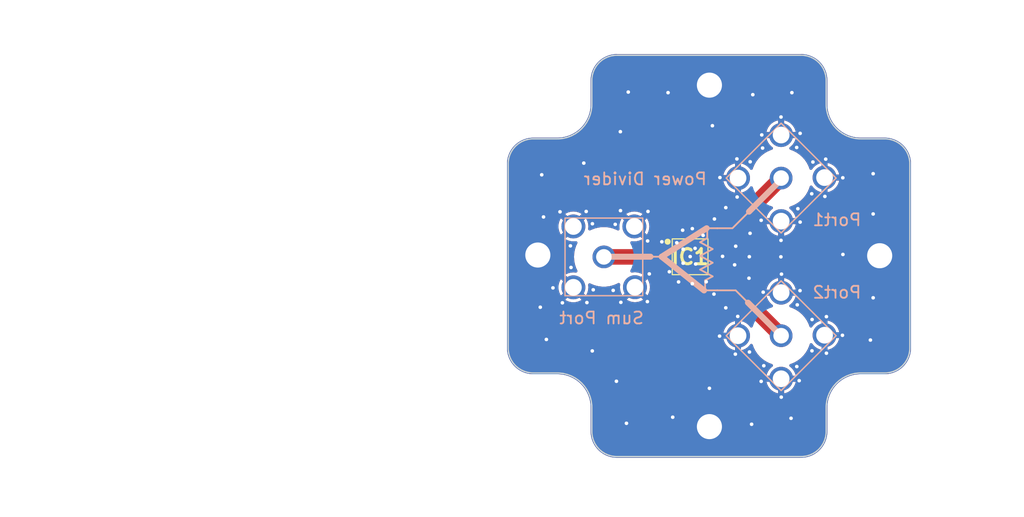
<source format=kicad_pcb>
(kicad_pcb (version 20240108) (generator "pcbnew") (generator_version "8.0")
  (layers (0 "F.Cu" signal) (31 "B.Cu" signal) (34 "B.Paste" user) (35 "F.Paste" user) (36 "B.SilkS" user "B.Silkscreen") (37 "F.SilkS" user "F.Silkscreen") (38 "B.Mask" user) (39 "F.Mask" user) (44 "Edge.Cuts" user))
  (net 0 "")
  (net 1 "Net-(IC1-SUM_PORT)")
  (net 2 "Net-(IC1-PORT_1)")
  (net 3 "Net-(IC1-PORT_2)")
  (net 4 "GND")
  (footprint "MUSIC_Lab:PW_MINI_1T2_DQ1225_QFN51P300X300X89-13N" (layer "F.Cu") (at 135.02 62.204895)
    (property "Reference" "IC1" (at 0 0 0) (layer "F.SilkS") (effects (font (size 1.27 1.27) (thickness 0.254))))
    (property "Value" "PW_Mini_GP2X+" (hide yes))
    (fp_rect (start -1.49 -1.51) (end 1.5 1.49) (stroke (width 0.1)) (fill none) (layer "F.SilkS"))
    (fp_circle (center -1.8755 -1.275) (end -1.8755 -1.1475) (stroke (width 0.255)) (fill none) (layer "F.SilkS"))
    (pad "1" smd rect (at -1.45 -0.51 90) (size 0.3 0.85) (layers "F.Cu" "F.Paste" "F.Mask") (net 4 "GND"))
    (pad "2" smd rect (at -1.45 0 90) (size 0.3 0.85) (layers "F.Cu" "F.Paste" "F.Mask") (net 1 "Net-(IC1-SUM_PORT)"))
    (pad "3" smd rect (at -1.45 0.51 90) (size 0.3 0.85) (layers "F.Cu" "F.Paste" "F.Mask") (net 4 "GND"))
    (pad "4" smd rect (at -0.51 1.45) (size 0.3 0.85) (layers "F.Cu" "F.Paste" "F.Mask") (net 4 "GND"))
    (pad "5" smd rect (at 0 1.45) (size 0.3 0.85) (layers "F.Cu" "F.Paste" "F.Mask") (net 4 "GND"))
    (pad "6" smd rect (at 0.51 1.45) (size 0.3 0.85) (layers "F.Cu" "F.Paste" "F.Mask") (net 4 "GND"))
    (pad "7" smd rect (at 1.45 0.51 90) (size 0.3 0.85) (layers "F.Cu" "F.Paste" "F.Mask") (net 2 "Net-(IC1-PORT_1)"))
    (pad "8" smd rect (at 1.45 0 90) (size 0.3 0.85) (layers "F.Cu" "F.Paste" "F.Mask") (net 4 "GND"))
    (pad "9" smd rect (at 1.45 -0.51 90) (size 0.3 0.85) (layers "F.Cu" "F.Paste" "F.Mask") (net 3 "Net-(IC1-PORT_2)"))
    (pad "10" smd rect (at 0.51 -1.45) (size 0.3 0.85) (layers "F.Cu" "F.Paste" "F.Mask") (net 4 "GND"))
    (pad "11" smd rect (at 0 -1.45) (size 0.3 0.85) (layers "F.Cu" "F.Paste" "F.Mask") (net 4 "GND"))
    (pad "12" smd rect (at -0.51 -1.45) (size 0.3 0.85) (layers "F.Cu" "F.Paste" "F.Mask") (net 4 "GND"))
    (pad "13" smd rect (at 0 0) (size 1.45 1.45) (layers "F.Cu" "F.Paste" "F.Mask") (net 4 "GND"))
  )
  (footprint "MUSIC_Lab:Outline_2x2_cavity_20231207" (layer "F.Cu") (at 77.53596 62.952103)
    (property "Reference" "outline1" (hide yes))
    (property "Value" "~" (hide yes))
    (fp_poly (pts (xy 46.891038 -10.674764) (xy 46.543034 -10.632516) (xy 46.367755 -10.629871) (xy 44.368755 -10.629871) (xy 44.218742 -10.627323) (xy 43.92177 -10.584627) (xy 43.633897 -10.500101) (xy 43.360983 -10.375467) (xy 43.108585 -10.213261) (xy 42.88184 -10.016786) (xy 42.685365 -9.790041) (xy 42.523159 -9.537643) (xy 42.398525 -9.264729) (xy 42.313999 -8.976856) (xy 42.271303 -8.679884) (xy 42.268755 -8.529871) (xy 42.268755 6.87076) (xy 42.271301 7.020774) (xy 42.313994 7.317747) (xy 42.398518 7.605622) (xy 42.523151 7.878538) (xy 42.685356 8.130937) (xy 42.881832 8.357683) (xy 43.108578 8.554159) (xy 43.360977 8.716364) (xy 43.633893 8.840997) (xy 43.921768 8.925521) (xy 44.218741 8.968214) (xy 44.368755 8.97076) (xy 46.367755 8.97076) (xy 46.543034 8.973406) (xy 46.891037 9.015657) (xy 47.231412 9.099536) (xy 47.559198 9.223822) (xy 47.869618 9.386703) (xy 48.158147 9.585806) (xy 48.42058 9.818227) (xy 48.653092 10.08058) (xy 48.852294 10.369041) (xy 49.015282 10.679404) (xy 49.139681 11.007148) (xy 49.223678 11.347494) (xy 49.266048 11.695482) (xy 49.268755 11.87076) (xy 49.268755 13.87176) (xy 49.271296 14.021748) (xy 49.313996 14.318669) (xy 49.39853 14.606487) (xy 49.523178 14.879339) (xy 49.685399 15.131667) (xy 49.881891 15.358331) (xy 50.108649 15.554713) (xy 50.361054 15.716814) (xy 50.633966 15.841331) (xy 50.921825 15.925727) (xy 51.218766 15.968284) (xy 51.368755 15.970761) (xy 66.768755 15.970761) (xy 66.918743 15.968278) (xy 67.215683 15.92572) (xy 67.50354 15.841323) (xy 67.77645 15.716806) (xy 68.028854 15.554705) (xy 68.255611 15.358324) (xy 68.452101 15.131661) (xy 68.614323 14.879334) (xy 68.73897 14.606484) (xy 68.823505 14.318667) (xy 68.866206 14.021748) (xy 68.868755 13.871761) (xy 68.868755 11.870761) (xy 68.871469 11.695484) (xy 68.913842 11.347498) (xy 68.997842 11.007154) (xy 69.122242 10.679413) (xy 69.285231 10.369051) (xy 69.484433 10.080592) (xy 69.716944 9.81824) (xy 69.979375 9.585819) (xy 70.267902 9.386717) (xy 70.57832 9.223834) (xy 70.906104 9.099546) (xy 71.246476 9.015664) (xy 71.594477 8.97341) (xy 71.769755 8.970761) (xy 73.768755 8.970761) (xy 73.918767 8.968189) (xy 74.215738 8.925496) (xy 74.503611 8.840972) (xy 74.776524 8.716341) (xy 75.028922 8.554138) (xy 75.255666 8.357665) (xy 75.452142 8.130923) (xy 75.614348 7.878527) (xy 75.738983 7.605615) (xy 75.823509 7.317744) (xy 75.866206 7.020773) (xy 75.868755 6.870761) (xy 75.868755 -8.529871) (xy 75.866052 -8.679873) (xy 75.823353 -8.976822) (xy 75.738829 -9.264672) (xy 75.614201 -9.537564) (xy 75.452007 -9.789943) (xy 75.255548 -10.016671) (xy 75.028822 -10.213133) (xy 74.776445 -10.37533) (xy 74.503554 -10.499961) (xy 74.215705 -10.584488) (xy 73.918757 -10.627191) (xy 73.768755 -10.629871) (xy 71.769755 -10.629871) (xy 71.594474 -10.632515) (xy 71.246465 -10.674751) (xy 70.906084 -10.75862) (xy 70.57829 -10.882899) (xy 70.267863 -11.045776) (xy 69.979328 -11.244878) (xy 69.716891 -11.477301) (xy 69.484377 -11.739658) (xy 69.285176 -12.028124) (xy 69.122191 -12.338494) (xy 68.997799 -12.666244) (xy 68.913812 -13.006597) (xy 68.871454 -13.354591) (xy 68.868755 -13.529871) (xy 68.868755 -15.530639) (xy 68.866233 -15.676005) (xy 68.826158 -15.963961) (xy 68.746773 -16.243645) (xy 68.629595 -16.509717) (xy 68.47686 -16.757097) (xy 68.291485 -16.981063) (xy 68.077008 -17.17734) (xy 67.837523 -17.342179) (xy 67.577603 -17.472435) (xy 67.30221 -17.56562) (xy 67.016601 -17.619956) (xy 66.871537 -17.629639) (xy 51.336575 -17.629639) (xy 51.188113 -17.624861) (xy 50.894699 -17.578624) (xy 50.610735 -17.491484) (xy 50.341892 -17.365181) (xy 50.09354 -17.202238) (xy 49.87064 -17.005909) (xy 49.677645 -16.780118) (xy 49.518409 -16.529373) (xy 49.396113 -16.258683) (xy 49.3132 -15.973456) (xy 49.271327 -15.679388) (xy 49.268755 -15.530871) (xy 49.268755 -13.529871) (xy 49.266049 -13.354593) (xy 49.223682 -13.006603) (xy 49.139687 -12.666256) (xy 49.015289 -12.338511) (xy 48.852302 -12.028146) (xy 48.6531 -11.739684) (xy 48.420588 -11.477331) (xy 48.158154 -11.244909) (xy 47.869623 -11.045806) (xy 47.559202 -10.882926) (xy 47.231414 -10.758641)) (stroke (width 0.1)) (fill none) (layer "Edge.Cuts"))
    (pad "1" thru_hole circle (at 44.748739 -0.903309) (size 3 3) (drill 2.1) (layers "*.Cu" "*.Mask") (net 4 "GND"))
    (pad "1" thru_hole custom (at 59.10404 -15.129639) (size 3 3) (drill 2.1) (layers "*.Cu" "*.Mask") (net 4 "GND") (options (clearance outline) (anchor circle)) (primitives (gr_poly (pts (xy 4.254003 -2.479042) (arc (start 4.066542 -0.490303) (mid 3.147978 -0.176162) (end 2.614173 0.634697)) (arc (start 2.614173 0.634697) (mid 0.193562 2.509693) (end -2.227056 0.634697)) (arc (start -2.227056 0.634697) (mid -2.760861 -0.176164) (end -3.679425 -0.490303)) (xy -3.705997 -2.489042)) (width 0.2) (fill yes)) (gr_circle (center 0 0) (end 1 0) (width 0.2) (fill no)) (gr_arc (start 2.420614 0.625) (mid 2.954419 -0.185861) (end 3.872983 -0.5) (width 0.2)) (gr_arc (start 2.420614 0.625) (mid 0 2.499999) (end -2.420614 0.625) (width 0.2)) (gr_arc (start -3.872983 -0.5) (mid -2.954391 -0.185897) (end -2.420613 0.625) (width 0.2)) (gr_rect (start -7.7841 -2.491458) (end 7.82596 -0.489264) (width 0.2) (fill yes)) (gr_poly (pts (arc (start 12.664354 6.5) (mid 9.199698 5.064047) (end 7.764699 1.599)) (arc (start 7.764699 1) (mid 7.325364 -0.060668) (end 6.264699 -0.5)) (arc (start 7.664699 -2.5) (mid 9.149628 -1.884932) (end 9.764699 -0.4)) (arc (start 9.764699 1.599) (mid 10.614034 3.649955) (end 12.664699 4.5)) (arc (start 14.665699 4.5) (mid 16.138856 5.103792) (end 16.764467 6.56782)) (arc (start 14.764467 8) (mid 14.325124 6.93935) (end 13.264468 6.5))) (width 0.2) (fill yes)) (gr_poly (pts (arc (start -7.835301 1.600113) (mid -9.271254 5.064769) (end -12.736301 6.499768)) (arc (start -13.335301 6.499768) (mid -14.395969 6.939103) (end -14.835301 7.999768)) (arc (start -16.835301 6.599768) (mid -16.220233 5.114839) (end -14.735301 4.499768)) (arc (start -12.736301 4.499768) (mid -10.685346 3.650433) (end -9.835301 1.599768)) (arc (start -9.835301 -0.401232) (mid -9.231509 -1.874389) (end -7.767481 -2.5)) (arc (start -6.335301 -0.5) (mid -7.395951 -0.060657) (end -7.835301 0.999999))) (width 0.2) (fill yes)) (gr_line (start -16.835301 6.599768) (end -16.835301 6.599768) (width 0.2)) (gr_rect (start -16.833263 6.46226) (end -14.835301 21.990399) (width 0.2) (fill yes)) (gr_poly (pts (arc (start -12.735188 22.100399) (mid -9.270532 23.536352) (end -7.835533 27.001399)) (arc (start -7.835533 27.600399) (mid -7.396198 28.661067) (end -6.335533 29.100399)) (arc (start -7.735533 31.100399) (mid -9.220462 30.485331) (end -9.835533 29.000399)) (arc (start -9.835533 27.001399) (mid -10.684868 24.950444) (end -12.735533 24.100399)) (arc (start -14.736533 24.100399) (mid -16.20969 23.496607) (end -16.835301 22.032579)) (arc (start -14.835301 20.600399) (mid -14.395958 21.661049) (end -13.335302 22.100399))) (width 0.2) (fill yes)) (gr_poly (pts (xy -16.82404 10.239639) (arc (start -14.835301 10.4271) (mid -14.52116 11.345664) (end -13.710301 11.879469)) (arc (start -13.710301 11.879469) (mid -11.835305 14.30008) (end -13.710301 16.720698)) (arc (start -13.710301 16.720698) (mid -14.521162 17.254503) (end -14.835301 18.173067)) (xy -16.83404 18.199639)) (width 0.2) (fill yes)) (gr_poly (pts (xy -13.335301 14.300084) (xy -13.354516 14.104994) (xy -13.411421 13.917401) (xy -13.503831 13.744514) (xy -13.628194 13.592977) (xy -13.779731 13.468614) (xy -13.952618 13.376204) (xy -14.140211 13.319299) (xy -14.335301 13.300084) (xy -14.530391 13.319299) (xy -14.717984 13.376204) (xy -14.890871 13.468614) (xy -15.042408 13.592977) (xy -15.166771 13.744514) (xy -15.259181 13.917401) (xy -15.316086 14.104994) (xy -15.335301 14.300084) (xy -15.316086 14.495174) (xy -15.259181 14.682767) (xy -15.166771 14.855654) (xy -15.042408 15.007191) (xy -14.890871 15.131554) (xy -14.717984 15.223964) (xy -14.530391 15.280869) (xy -14.335301 15.300084) (xy -14.140211 15.280869) (xy -13.952618 15.223964) (xy -13.779731 15.131554) (xy -13.628194 15.007191) (xy -13.503831 14.855654) (xy -13.411421 14.682767) (xy -13.354516 14.495174) (xy -13.335301 14.300084)) (width 0.2) (fill no)) (gr_arc (start -6.335301 29.1004) (mid -7.395973 28.661072) (end -7.835301 27.6004) (width 0.2)) (gr_line (start -7.835301 27.000055) (end -7.835301 27.6004) (width 0.2)) (gr_arc (start -12.736301 22.100399) (mid -9.271245 23.535393) (end -7.835301 27.000055) (width 0.2)) (gr_line (start -13.335301 22.100399) (end -12.736301 22.100399) (width 0.2)) (gr_arc (start -13.335301 22.100399) (mid -14.395973 21.661071) (end -14.835301 20.600399) (width 0.2)) (gr_arc (start -14.735301 24.100399) (mid -16.220236 23.485334) (end -16.835301 22.000399) (width 0.2)) (gr_line (start -14.735301 24.100399) (end -12.736301 24.100399) (width 0.2)) (gr_arc (start -12.736301 24.100399) (mid -10.685349 24.94974) (end -9.835301 27.000399) (width 0.2)) (gr_line (start -9.835301 27.000399) (end -9.835301 29.001399) (width 0.2)) (gr_arc (start -7.735301 31.1004) (mid -9.220176 30.485982) (end -9.835301 29.001399) (width 0.2)) (gr_rect (start -7.765301 29.100168) (end 7.624699 31.1004) (width 0.2) (fill yes)) (gr_poly (pts (arc (start 7.764699 27.000055) (mid 9.200652 23.535399) (end 12.665699 22.1004)) (arc (start 13.264699 22.1004) (mid 14.325367 21.661065) (end 14.764699 20.6004)) (arc (start 16.764699 22.0004) (mid 16.149631 23.485329) (end 14.664699 24.1004)) (arc (start 12.665699 24.1004) (mid 10.614744 24.949735) (end 9.764699 27.0004)) (arc (start 9.764699 29.0014) (mid 9.160907 30.474557) (end 7.696879 31.100168)) (arc (start 6.264699 29.100168) (mid 7.325349 28.660825) (end 7.764699 27.600169))) (width 0.2) (fill yes)) (gr_poly (pts (xy -4.061183 31.089139) (arc (start -3.873722 29.1004) (mid -2.955158 28.786259) (end -2.421353 27.9754)) (arc (start -2.421353 27.9754) (mid -0.000742 26.100404) (end 2.419876 27.9754)) (arc (start 2.419876 27.9754) (mid 2.953681 28.786261) (end 3.872245 29.1004)) (xy 3.898817 31.099139)) (width 0.2) (fill yes)) (gr_circle (center 0 28.597536) (end 1 28.597536) (width 0.2) (fill no)) (gr_arc (start 16.764699 22.0004) (mid 16.149629 23.48533) (end 14.664699 24.100399) (width 0.2)) (gr_line (start 14.664699 24.1004) (end 12.665699 24.1004) (width 0.2)) (gr_arc (start 9.764699 27.0004) (mid 10.614759 24.949753) (end 12.665699 24.100399) (width 0.2)) (gr_line (start 9.764699 27.0004) (end 9.764699 29.0014) (width 0.2)) (gr_arc (start 9.764699 29.0014) (mid 9.149568 30.485976) (end 7.664699 31.100399) (width 0.2)) (gr_arc (start 3.873722 29.1004) (mid 2.954756 28.785874) (end 2.421077 27.974326) (width 0.2)) (gr_arc (start -2.421076 27.974326) (mid 0 26.097536) (end 2.421076 27.974326) (width 0.2)) (gr_arc (start -2.421076 27.974326) (mid -2.95473 28.785908) (end -3.873722 29.1004) (width 0.2)) (gr_arc (start 7.764699 27.6004) (mid 7.325365 28.661066) (end 6.264699 29.100399) (width 0.2)) (gr_line (start 7.764699 27.000055) (end 7.764699 27.6004) (width 0.2)) (gr_arc (start 7.764699 27.000055) (mid 9.200667 23.535417) (end 12.665699 22.100399) (width 0.2)) (gr_line (start 13.264699 22.1004) (end 12.665699 22.1004) (width 0.2)) (gr_arc (start 14.764699 20.6004) (mid 14.325365 21.661066) (end 13.264699 22.100399) (width 0.2)) (gr_arc (start 14.664699 4.499768) (mid 16.149635 5.114841) (end 16.764732 6.599768) (width 0.2)) (gr_rect (start 14.725272 6.569293) (end 16.764699 22.0004) (width 0.2) (fill yes)) (gr_poly (pts (xy 16.753438 18.360011) (arc (start 14.764699 18.17255) (mid 14.450558 17.253986) (end 13.639699 16.720181)) (arc (start 13.639699 16.720181) (mid 11.764703 14.29957) (end 13.639699 11.878952)) (arc (start 13.639699 11.878952) (mid 14.45056 11.345147) (end 14.764699 10.426583)) (xy 16.763438 10.400011)) (width 0.2) (fill yes)) (gr_circle (center 14.266699 14.300084) (end 15.266699 14.300084) (width 0.2) (fill no)) (gr_arc (start 14.764699 10.427617) (mid 14.450784 11.34586) (end 13.640445 11.879775) (width 0.2)) (gr_arc (start 13.640449 16.720375) (mid 11.766681 14.300081) (end 13.640447 11.879785) (width 0.2)) (gr_arc (start 13.640449 16.720375) (mid 14.450747 17.25433) (end 14.764695 18.17255) (width 0.2)) (gr_arc (start 13.264699 6.499768) (mid 14.325371 6.939106) (end 14.764732 7.999768) (width 0.2)) (gr_line (start 13.264699 6.499768) (end 12.665699 6.499768) (width 0.2)) (gr_arc (start 12.665699 6.499768) (mid 9.200636 5.06478) (end 7.764692 1.600113) (width 0.2)) (gr_line (start 14.664699 4.499768) (end 12.665699 4.499768) (width 0.2)) (gr_arc (start 12.665699 4.499768) (mid 10.614748 3.650436) (end 9.764732 1.599768) (width 0.2)) (gr_line (start 9.764699 1.599768) (end 9.764699 -0.401) (width 0.2)) (gr_arc (start 7.767481 -2.5) (mid 9.185602 -1.849667) (end 9.764706 -0.401) (width 0.2)) (gr_line (start 7.764699 1.600113) (end 7.764699 0.999999) (width 0.2)) (gr_arc (start 6.264699 -0.5) (mid 7.325348 -0.060649) (end 7.7647 0.999999) (width 0.2)) (gr_line (start -7.767481 -2.5) (end -7.767481 -2.5) (width 0.2))))
    (pad "1" thru_hole circle (at 59.10404 13.467897) (size 3 3) (drill 2.1) (layers "*.Cu" "*.Mask") (net 4 "GND"))
    (pad "1" thru_hole circle (at 73.349312 -0.844793) (size 3 3) (drill 2.1) (layers "*.Cu" "*.Mask") (net 4 "GND"))
  )
  (footprint "MUSIC_Lab:SMA_KHD_Back" (layer "B.Cu") (at 142.64 68.805245 -135)
    (property "Reference" "SMA2" (hide yes))
    (property "Value" "~")
    (fp_poly (pts (xy 3.25 -3.25) (xy -3.25 -3.25) (xy -3.25 3.25) (xy 3.25 3.25)) (stroke (width 0.12)) (fill none) (layer "B.SilkS"))
    (pad "1" thru_hole circle (at 0 0 225) (size 1.9 1.9) (drill 1.3) (layers "*.Cu" "*.Mask") (net 2 "Net-(IC1-PORT_1)"))
    (pad "2" thru_hole circle (at -2.6 -2.54 225) (size 2 2) (drill 1.4) (layers "*.Cu" "*.Mask") (net 4 "GND") (thermal_bridge_width 0.5) (thermal_gap 0.25))
    (pad "2" thru_hole circle (at -2.55 2.55 225) (size 2 2) (drill 1.4) (layers "*.Cu" "*.Mask") (net 4 "GND") (thermal_bridge_width 0.5) (thermal_gap 0.25))
    (pad "2" thru_hole circle (at 2.55 -2.55 225) (size 2 2) (drill 1.4) (layers "*.Cu" "*.Mask") (net 4 "GND") (thermal_bridge_width 0.5) (thermal_gap 0.25))
    (pad "2" thru_hole circle (at 2.55 2.55 225) (size 2 2) (drill 1.4) (layers "*.Cu" "*.Mask") (net 4 "GND") (thermal_bridge_width 0.5) (thermal_gap 0.25))
    (zone (net 0) (net_name "") (layers "*.Cu") (connect_pads (clearance 0)) (min_thickness 0.25)
      (keepout (tracks allowed) (vias not_allowed) (pads allowed) (copperpour not_allowed) (footprints allowed))
      (fill (thermal_gap 0.5) (thermal_bridge_width 0.5))
      (polygon (pts (xy 140.872233 70.573012) (xy 140.664612 70.337513) (xy 140.488145 70.077848) (xy 140.345614 69.798115) (xy 140.239266 69.502723) (xy 140.17078 69.196331) (xy 140.141233 68.883772) (xy 140.151095 68.569974) (xy 140.200208 68.259887) (xy 140.287798 67.9584) (xy 140.412484 67.670269) (xy 140.572299 67.400036) (xy 140.764722 67.151965) (xy 140.98672 66.929967) (xy 141.234791 66.737544) (xy 141.505024 66.577729) (xy 141.793155 66.453043) (xy 142.094642 66.365453) (xy 142.404729 66.31634) (xy 142.718527 66.306478) (xy 143.031086 66.336025) (xy 143.337478 66.404511) (xy 143.63287 66.510859) (xy 143.912603 66.65339) (xy 144.172268 66.829857) (xy 144.407767 67.037478) (xy 144.615388 67.272977) (xy 144.791855 67.532642) (xy 144.934386 67.812375) (xy 145.040734 68.107767) (xy 145.10922 68.414159) (xy 145.138767 68.726718) (xy 145.128905 69.040516) (xy 145.079792 69.350603) (xy 144.992202 69.65209) (xy 144.867516 69.940221) (xy 144.707701 70.210454) (xy 144.515278 70.458525) (xy 144.29328 70.680523) (xy 144.045209 70.872946) (xy 143.774976 71.032761) (xy 143.486845 71.157447) (xy 143.185358 71.245037) (xy 142.875271 71.29415) (xy 142.561473 71.304012) (xy 142.248914 71.274465) (xy 141.942522 71.205979) (xy 141.64713 71.099631) (xy 141.367397 70.9571) (xy 141.107732 70.780633)))
    )
  )
  (footprint "MUSIC_Lab:SMA_KHD_Back" (layer "B.Cu") (at 127.81 62.204895 180)
    (property "Reference" "SMA1" (hide yes))
    (property "Value" "~")
    (fp_rect (start 3.25 -3.25) (end -3.25 3.25) (stroke (width 0.12)) (fill none) (layer "B.SilkS"))
    (pad "1" thru_hole circle (at 0 0 180) (size 1.9 1.9) (drill 1.3) (layers "*.Cu" "*.Mask") (net 1 "Net-(IC1-SUM_PORT)"))
    (pad "2" thru_hole circle (at -2.6 -2.54 180) (size 2 2) (drill 1.4) (layers "*.Cu" "*.Mask") (net 4 "GND") (thermal_bridge_width 0.5) (thermal_gap 0.25))
    (pad "2" thru_hole circle (at -2.55 2.55 180) (size 2 2) (drill 1.4) (layers "*.Cu" "*.Mask") (net 4 "GND") (thermal_bridge_width 0.5) (thermal_gap 0.25))
    (pad "2" thru_hole circle (at 2.55 -2.55 180) (size 2 2) (drill 1.4) (layers "*.Cu" "*.Mask") (net 4 "GND") (thermal_bridge_width 0.5) (thermal_gap 0.25))
    (pad "2" thru_hole circle (at 2.55 2.55 180) (size 2 2) (drill 1.4) (layers "*.Cu" "*.Mask") (net 4 "GND") (thermal_bridge_width 0.5) (thermal_gap 0.25))
    (zone (net 0) (net_name "") (layers "*.Cu") (connect_pads (clearance 0)) (min_thickness 0.25)
      (keepout (tracks allowed) (vias not_allowed) (pads allowed) (copperpour not_allowed) (footprints allowed))
      (fill (thermal_gap 0.5) (thermal_bridge_width 0.5))
      (polygon (pts (xy 125.31 62.204895) (xy 125.329713 61.891562) (xy 125.388542 61.58317) (xy 125.485559 61.284584) (xy 125.619233 61.000511) (xy 125.787458 60.735432) (xy 125.987578 60.493527) (xy 126.21644 60.278612) (xy 126.470433 60.094075) (xy 126.745552 59.942827) (xy 127.037458 59.827254) (xy 127.341547 59.749177) (xy 127.653024 59.709828) (xy 127.966976 59.709828) (xy 128.278453 59.749177) (xy 128.582542 59.827254) (xy 128.874448 59.942827) (xy 129.149567 60.094075) (xy 129.40356 60.278612) (xy 129.632422 60.493527) (xy 129.832542 60.735432) (xy 130.000767 61.000511) (xy 130.134441 61.284584) (xy 130.231458 61.58317) (xy 130.290287 61.891562) (xy 130.31 62.204895) (xy 130.290287 62.518228) (xy 130.231458 62.82662) (xy 130.134441 63.125206) (xy 130.000767 63.409279) (xy 129.832542 63.674358) (xy 129.632422 63.916263) (xy 129.40356 64.131178) (xy 129.149567 64.315715) (xy 128.874448 64.466963) (xy 128.582542 64.582536) (xy 128.278453 64.660613) (xy 127.966976 64.699962) (xy 127.653024 64.699962) (xy 127.341547 64.660613) (xy 127.037458 64.582536) (xy 126.745552 64.466963) (xy 126.470433 64.315715) (xy 126.21644 64.131178) (xy 125.987578 63.916263) (xy 125.787458 63.674358) (xy 125.619233 63.409279) (xy 125.485559 63.125206) (xy 125.388542 62.82662) (xy 125.329713 62.518228)))
    )
  )
  (footprint "MUSIC_Lab:SMA_KHD_Back" (layer "B.Cu") (at 142.64 55.605 -135)
    (property "Reference" "SMA3" (hide yes))
    (property "Value" "~")
    (fp_poly (pts (xy 3.25 -3.25) (xy -3.25 -3.25) (xy -3.25 3.25) (xy 3.25 3.25)) (stroke (width 0.12)) (fill none) (layer "B.SilkS"))
    (pad "1" thru_hole circle (at 0 0 225) (size 1.9 1.9) (drill 1.3) (layers "*.Cu" "*.Mask") (net 3 "Net-(IC1-PORT_2)"))
    (pad "2" thru_hole circle (at -2.6 -2.54 225) (size 2 2) (drill 1.4) (layers "*.Cu" "*.Mask") (net 4 "GND") (thermal_bridge_width 0.5) (thermal_gap 0.25))
    (pad "2" thru_hole circle (at -2.55 2.55 225) (size 2 2) (drill 1.4) (layers "*.Cu" "*.Mask") (net 4 "GND") (thermal_bridge_width 0.5) (thermal_gap 0.25))
    (pad "2" thru_hole circle (at 2.55 -2.55 225) (size 2 2) (drill 1.4) (layers "*.Cu" "*.Mask") (net 4 "GND") (thermal_bridge_width 0.5) (thermal_gap 0.25))
    (pad "2" thru_hole circle (at 2.55 2.55 225) (size 2 2) (drill 1.4) (layers "*.Cu" "*.Mask") (net 4 "GND") (thermal_bridge_width 0.5) (thermal_gap 0.25))
    (zone (net 0) (net_name "") (layers "*.Cu") (connect_pads (clearance 0)) (min_thickness 0.25)
      (keepout (tracks allowed) (vias not_allowed) (pads allowed) (copperpour not_allowed) (footprints allowed))
      (fill (thermal_gap 0.5) (thermal_bridge_width 0.5))
      (polygon (pts (xy 140.872233 57.372767) (xy 140.664612 57.137268) (xy 140.488145 56.877603) (xy 140.345614 56.59787) (xy 140.239266 56.302478) (xy 140.17078 55.996086) (xy 140.141233 55.683527) (xy 140.151095 55.369729) (xy 140.200208 55.059642) (xy 140.287798 54.758155) (xy 140.412484 54.470024) (xy 140.572299 54.199791) (xy 140.764722 53.95172) (xy 140.98672 53.729722) (xy 141.234791 53.537299) (xy 141.505024 53.377484) (xy 141.793155 53.252798) (xy 142.094642 53.165208) (xy 142.404729 53.116095) (xy 142.718527 53.106233) (xy 143.031086 53.13578) (xy 143.337478 53.204266) (xy 143.63287 53.310614) (xy 143.912603 53.453145) (xy 144.172268 53.629612) (xy 144.407767 53.837233) (xy 144.615388 54.072732) (xy 144.791855 54.332397) (xy 144.934386 54.61213) (xy 145.040734 54.907522) (xy 145.10922 55.213914) (xy 145.138767 55.526473) (xy 145.128905 55.840271) (xy 145.079792 56.150358) (xy 144.992202 56.451845) (xy 144.867516 56.739976) (xy 144.707701 57.010209) (xy 144.515278 57.25828) (xy 144.29328 57.480278) (xy 144.045209 57.672701) (xy 143.774976 57.832516) (xy 143.486845 57.957202) (xy 143.185358 58.044792) (xy 142.875271 58.093905) (xy 142.561473 58.103767) (xy 142.248914 58.07422) (xy 141.942522 58.005734) (xy 141.64713 57.899386) (xy 141.367397 57.756855) (xy 141.107732 57.580388)))
    )
  )
  (gr_poly (pts (xy 136.53 61.84) (xy 137.06 61.84) (xy 137.37 61.54) (xy 136.58 61.09) (xy 136.33 61.59)) (stroke (width 0.01)) (fill solid) (layer "F.Cu") (net 3))
  (gr_poly (pts (xy 136.53 62.57) (xy 137.06 62.57) (xy 137.37 62.87) (xy 136.58 63.32) (xy 136.33 62.82)) (stroke (width 0.01)) (fill solid) (layer "F.Cu") (net 2))
  (gr_line (start 137.3 59.804118) (end 136.408763 59.804118) (stroke (width 0.15)) (layer "B.SilkS"))
  (gr_line (start 138.55 59.804118) (end 137.3 59.804118) (stroke (width 0.15)) (layer "B.SilkS"))
  (gr_line (start 137.3 65.00658) (end 138.83 65.00658) (stroke (width 0.15)) (layer "B.SilkS"))
  (gr_line (start 136.46 60.625) (end 135.865735 60.975435) (stroke (width 0.15)) (layer "B.SilkS"))
  (gr_line (start 138.843906 65.013906) (end 139.864979 66.034979) (stroke (width 0.15)) (layer "B.SilkS"))
  (gr_line (start 136.91 62.69382) (end 135.865735 63.266615) (stroke (width 0.15)) (layer "B.SilkS"))
  (gr_line (start 136.910001 61.54823) (end 135.865735 60.975435) (stroke (width 0.15)) (layer "B.SilkS"))
  (gr_line (start 136.91 63.839409) (end 136.28 64.16941) (stroke (width 0.15)) (layer "B.SilkS"))
  (gr_line (start 136.91 63.839409) (end 135.865735 63.266615) (stroke (width 0.15)) (layer "B.SilkS"))
  (gr_line (start 139.951224 58.418775) (end 142.633987 55.736012) (stroke (width 0.5)) (layer "B.SilkS"))
  (gr_line (start 136.46 60.625) (end 136.46 59.855) (stroke (width 0.15)) (layer "B.SilkS"))
  (gr_line (start 138.576881 59.793118) (end 139.951224 58.418775) (stroke (width 0.15)) (layer "B.SilkS"))
  (gr_line (start 132.65 62.19) (end 136.19 65.015) (stroke (width 0.5)) (layer "B.SilkS"))
  (gr_line (start 139.864979 66.034979) (end 142.547742 68.717742) (stroke (width 0.5)) (layer "B.SilkS"))
  (gr_line (start 136.91 62.69382) (end 135.865735 62.121025) (stroke (width 0.15)) (layer "B.SilkS"))
  (gr_line (start 132.65 62.19) (end 136.408763 59.804118) (stroke (width 0.5)) (layer "B.SilkS"))
  (gr_line (start 131.71 62.19) (end 127.916001 62.19) (stroke (width 0.5)) (layer "B.SilkS"))
  (gr_line (start 136.910001 61.54823) (end 135.865735 62.121025) (stroke (width 0.15)) (layer "B.SilkS"))
  (gr_line (start 137.3 65.00658) (end 136.399461 65.00658) (stroke (width 0.15)) (layer "B.SilkS"))
  (gr_line (start 136.28 64.79941) (end 136.28 64.16941) (stroke (width 0.15)) (layer "B.SilkS"))
  (gr_line (start 131.71 62.19) (end 132.65 62.19) (stroke (width 0.15)) (layer "B.SilkS"))
  (gr_text "Port2" (at 149.43 65.76 0) (layer "B.SilkS") (effects (font (size 1 1)) (justify left bottom mirror)))
  (gr_text "Port1" (at 149.43 59.69 0) (layer "B.SilkS") (effects (font (size 1 1)) (justify left bottom mirror)))
  (gr_text "Sum Port" (at 131.24 67.91 0) (layer "B.SilkS") (effects (font (size 1 1)) (justify left bottom mirror)))
  (gr_text "Power Divider" (at 136.51 56.26 0) (layer "B.SilkS") (effects (font (size 1 1)) (justify left bottom mirror)))
  (segment (start 132.295105 62.204895) (end 127.81 62.204895) (width 1.3) (layer "F.Cu") (net 1))
  (segment (start 133.57 62.204895) (end 132.295105 62.204895) (width 0.3) (layer "F.Cu") (net 1))
  (segment (start 142.64 68.805) (end 137.935 64.1) (width 1.3) (layer "F.Cu") (net 2))
  (segment (start 136.565105 62.715105) (end 136.47 62.715105) (width 0.3) (layer "F.Cu") (net 2))
  (segment (start 142.64 68.805245) (end 142.64 68.805) (width 1.3) (layer "F.Cu") (net 2))
  (segment (start 137.93 64.1) (end 137.035 63.205) (width 0.95) (layer "F.Cu") (net 2))
  (segment (start 142.64 55.605) (end 137.935 60.31) (width 1.3) (layer "F.Cu") (net 3))
  (segment (start 137.93 60.31) (end 137.035 61.205) (width 0.95) (layer "F.Cu") (net 3))
  (segment (start 136.565105 61.694895) (end 136.47 61.694895) (width 0.3) (layer "F.Cu") (net 3))
  (segment (start 137.776299 62.196299) (end 137.936299 62.196299) (width 0.3) (layer "F.Cu") (net 4))
  (segment (start 135.046299 62.196299) (end 137.703701 62.196299) (width 0.3) (layer "F.Cu") (net 4))
  (segment (start 137.703701 62.196299) (end 137.74 62.16) (width 0.3) (layer "F.Cu") (net 4))
  (segment (start 135.03 62.18) (end 135.046299 62.196299) (width 0.3) (layer "F.Cu") (net 4))
  (segment (start 137.74 62.16) (end 137.776299 62.196299) (width 0.3) (layer "F.Cu") (net 4))
  (segment (start 137.936299 62.196299) (end 137.96 62.22) (width 0.3) (layer "F.Cu") (net 4))
  (via (at 140.04 60.23) (size 0.5) (drill 0.3) (layers "F.Cu" "B.Cu") (net 4))
  (via (at 131.5 58.4) (size 0.5) (drill 0.3) (layers "F.Cu" "B.Cu") (net 4))
  (via (at 142.63 50.49) (size 0.5) (drill 0.3) (layers "F.Cu" "B.Cu") (net 4))
  (via (at 142.67 63.65) (size 0.5) (drill 0.3) (layers "F.Cu" "B.Cu") (net 4))
  (via (at 145.22 70.07) (size 0.5) (drill 0.3) (layers "F.Cu" "B.Cu") (net 4))
  (via (at 123 69.12) (size 0.5) (drill 0.3) (layers "F.Cu" "B.Cu") (net 4))
  (via (at 126.39 66.03) (size 0.5) (drill 0.3) (layers "F.Cu" "B.Cu") (net 4))
  (via (at 135.21 64.45) (size 0.5) (drill 0.3) (layers "F.Cu" "B.Cu") (net 4))
  (via (at 137.52 55.56) (size 0.5) (drill 0.3) (layers "F.Cu" "B.Cu") (net 4))
  (via (at 128.59 65.01) (size 0.5) (drill 0.3) (layers "F.Cu" "B.Cu") (net 4))
  (via (at 138.01 66.47) (size 0.5) (drill 0.3) (layers "F.Cu" "B.Cu") (net 4))
  (via (at 133.29 63.45) (size 0.5) (drill 0.3) (layers "F.Cu" "B.Cu") (net 4))
  (via (at 131.61 63.63) (size 0.5) (drill 0.3) (layers "F.Cu" "B.Cu") (net 4))
  (via (at 138.96 57.19) (size 0.5) (drill 0.3) (layers "F.Cu" "B.Cu") (net 4))
  (via (at 138.94 54) (size 0.5) (drill 0.3) (layers "F.Cu" "B.Cu") (net 4))
  (via (at 133.57 75.63) (size 0.5) (drill 0.3) (layers "F.Cu" "B.Cu") (net 4))
  (via (at 139.99 70.17) (size 0.5) (drill 0.3) (layers "F.Cu" "B.Cu") (net 4))
  (via (at 136.64 73.21) (size 0.5) (drill 0.3) (layers "F.Cu" "B.Cu") (net 4))
  (via (at 147.81 62) (size 0.5) (drill 0.3) (layers "F.Cu" "B.Cu") (net 4))
  (via (at 136.89 51.22) (size 0.5) (drill 0.3) (layers "F.Cu" "B.Cu") (net 4))
  (via (at 129.7 76.14) (size 0.5) (drill 0.3) (layers "F.Cu" "B.Cu") (net 4))
  (via (at 136.37 64.29) (size 0.5) (drill 0.3) (layers "F.Cu" "B.Cu") (net 4))
  (via (at 128.86 72.62) (size 0.5) (drill 0.3) (layers "F.Cu" "B.Cu") (net 4))
  (via (at 122.61 55.33) (size 0.5) (drill 0.3) (layers "F.Cu" "B.Cu") (net 4))
  (via (at 137.02 65.32) (size 0.5) (drill 0.3) (layers "F.Cu" "B.Cu") (net 4))
  (via (at 142.65 73.95) (size 0.5) (drill 0.3) (layers "F.Cu" "B.Cu") (net 4))
  (via (at 138.81 70.35) (size 0.5) (drill 0.3) (layers "F.Cu" "B.Cu") (net 4))
  (via (at 143.47 75.72) (size 0.5) (drill 0.3) (layers "F.Cu" "B.Cu") (net 4))
  (via (at 143.95 71.39) (size 0.5) (drill 0.3) (layers "F.Cu" "B.Cu") (net 4))
  (via (at 126.13 54.35) (size 0.5) (drill 0.3) (layers "F.Cu" "B.Cu") (net 4))
  (via (at 135.49 62.8) (size 0.5) (drill 0.3) (layers "F.Cu" "B.Cu") (net 4))
  (via (at 150.11 69.17) (size 0.5) (drill 0.3) (layers "F.Cu" "B.Cu") (net 4))
  (via (at 135.21 59.84) (size 0.5) (drill 0.3) (layers "F.Cu" "B.Cu") (net 4))
  (via (at 141.19 71.32) (size 0.5) (drill 0.3) (layers "F.Cu" "B.Cu") (net 4))
  (via (at 144.22 65.03) (size 0.5) (drill 0.3) (layers "F.Cu" "B.Cu") (net 4))
  (via (at 144.23 51.86) (size 0.5) (drill 0.3) (layers "F.Cu" "B.Cu") (net 4))
  (via (at 134.4 59.97) (size 0.5) (drill 0.3) (layers "F.Cu" "B.Cu") (net 4))
  (via (at 123.55 64.8) (size 0.5) (drill 0.3) (layers "F.Cu" "B.Cu") (net 4))
  (via (at 131.47 60.87) (size 0.5) (drill 0.3) (layers "F.Cu" "B.Cu") (net 4))
  (via (at 147.8 55.58) (size 0.5) (drill 0.3) (layers "F.Cu" "B.Cu") (net 4))
  (via (at 131.45 65.95) (size 0.5) (drill 0.3) (layers "F.Cu" "B.Cu") (net 4))
  (via (at 129.23 66.01) (size 0.5) (drill 0.3) (layers "F.Cu" "B.Cu") (net 4))
  (via (at 142.63 60.82) (size 0.5) (drill 0.3) (layers "F.Cu" "B.Cu") (net 4))
  (via (at 138.84 61.31) (size 0.5) (drill 0.3) (layers "F.Cu" "B.Cu") (net 4))
  (via (at 129.85 48.4) (size 0.5) (drill 0.3) (layers "F.Cu" "B.Cu") (net 4))
  (via (at 124.14 58.43) (size 0.5) (drill 0.3) (layers "F.Cu" "B.Cu") (net 4))
  (via (at 122.49 66.42) (size 0.5) (drill 0.3) (layers "F.Cu" "B.Cu") (net 4))
  (via (at 134.06 64.3) (size 0.5) (drill 0.3) (layers "F.Cu" "B.Cu") (net 4))
  (via (at 126.33 58.4) (size 0.5) (drill 0.3) (layers "F.Cu" "B.Cu") (net 4))
  (via (at 137.74 62.16) (size 0.5) (drill 0.3) (layers "F.Cu" "B.Cu") (net 4))
  (via (at 122.76 58.86) (size 0.5) (drill 0.3) (layers "F.Cu" "B.Cu") (net 4))
  (via (at 135.44 61.49) (size 0.5) (drill 0.3) (layers "F.Cu" "B.Cu") (net 4))
  (via (at 126.84 70.08) (size 0.5) (drill 0.3) (layers "F.Cu" "B.Cu") (net 4))
  (via (at 140.27 48.62) (size 0.5) (drill 0.3) (layers "F.Cu" "B.Cu") (net 4))
  (via (at 138.01 58.08) (size 0.5) (drill 0.3) (layers "F.Cu" "B.Cu") (net 4))
  (via (at 137.06 59.03) (size 0.5) (drill 0.3) (layers "F.Cu" "B.Cu") (net 4))
  (via (at 136.11 60.4) (size 0.5) (drill 0.3) (layers "F.Cu" "B.Cu") (net 4))
  (via (at 135.03 62.18) (size 0.5) (drill 0.3) (layers "F.Cu" "B.Cu") (net 4))
  (via (at 137.49 68.84) (size 0.5) (drill 0.3) (layers "F.Cu" "B.Cu") (net 4))
  (via (at 125.06 63.09) (size 0.5) (drill 0.3) (layers "F.Cu" "B.Cu") (net 4))
  (via (at 143.94 53.04) (size 0.5) (drill 0.3) (layers "F.Cu" "B.Cu") (net 4))
  (via (at 144.15 72.57) (size 0.5) (drill 0.3) (layers "F.Cu" "B.Cu") (net 4))
  (via (at 133.91 61.02) (size 0.5) (drill 0.3) (layers "F.Cu" "B.Cu") (net 4))
  (via (at 139.98 62.19) (size 0.5) (drill 0.3) (layers "F.Cu" "B.Cu") (net 4))
  (via (at 143.54 48.45) (size 0.5) (drill 0.3) (layers "F.Cu" "B.Cu") (net 4))
  (via (at 143.99 66.22) (size 0.5) (drill 0.3) (layers "F.Cu" "B.Cu") (net 4))
  (via (at 146.43 67.21) (size 0.5) (drill 0.3) (layers "F.Cu" "B.Cu") (net 4))
  (via (at 145.23 67.45) (size 0.5) (drill 0.3) (layers "F.Cu" "B.Cu") (net 4))
  (via (at 142.62 62.2) (size 0.5) (drill 0.3) (layers "F.Cu" "B.Cu") (net 4))
  (via (at 138.75 62.87) (size 0.5) (drill 0.3) (layers "F.Cu" "B.Cu") (net 4))
  (via (at 134.44 61.56) (size 0.5) (drill 0.3) (layers "F.Cu" "B.Cu") (net 4))
  (via (at 139.95 63.99) (size 0.5) (drill 0.3) (layers "F.Cu" "B.Cu") (net 4))
  (via (at 146.3 57.14) (size 0.5) (drill 0.3) (layers "F.Cu" "B.Cu") (net 4))
  (via (at 139.01 67.19) (size 0.5) (drill 0.3) (layers "F.Cu" "B.Cu") (net 4))
  (via (at 145.2 56.92) (size 0.5) (drill 0.3) (layers "F.Cu" "B.Cu") (net 4))
  (via (at 132.66 60.94) (size 0.5) (drill 0.3) (layers "F.Cu" "B.Cu") (net 4))
  (via (at 126.85 59.43) (size 0.5) (drill 0.3) (layers "F.Cu" "B.Cu") (net 4))
  (via (at 150.34 55.24) (size 0.5) (drill 0.3) (layers "F.Cu" "B.Cu") (net 4))
  (via (at 124.34 66.05) (size 0.5) (drill 0.3) (layers "F.Cu" "B.Cu") (net 4))
  (via (at 133.18 48.45) (size 0.5) (drill 0.3) (layers "F.Cu" "B.Cu") (net 4))
  (via (at 125.01 61.28) (size 0.5) (drill 0.3) (layers "F.Cu" "B.Cu") (net 4))
  (via (at 150.34 65.63) (size 0.5) (drill 0.3) (layers "F.Cu" "B.Cu") (net 4))
  (via (at 140.17 76.22) (size 0.5) (drill 0.3) (layers "F.Cu" "B.Cu") (net 4))
  (via (at 141.14 65.16) (size 0.5) (drill 0.3) (layers "F.Cu" "B.Cu") (net 4))
  (via (at 129.2 58.33) (size 0.5) (drill 0.3) (layers "F.Cu" "B.Cu") (net 4))
  (via (at 144.23 59.29) (size 0.5) (drill 0.3) (layers "F.Cu" "B.Cu") (net 4))
  (via (at 128.76 59.48) (size 0.5) (drill 0.3) (layers "F.Cu" "B.Cu") (net 4))
  (via (at 146.37 54.02) (size 0.5) (drill 0.3) (layers "F.Cu" "B.Cu") (net 4))
  (via (at 147.77 68.77) (size 0.5) (drill 0.3) (layers "F.Cu" "B.Cu") (net 4))
  (via (at 145.3 54.26) (size 0.5) (drill 0.3) (layers "F.Cu" "B.Cu") (net 4))
  (via (at 150.34 58.61) (size 0.5) (drill 0.3) (layers "F.Cu" "B.Cu") (net 4))
  (via (at 141.09 53.09) (size 0.5) (drill 0.3) (layers "F.Cu" "B.Cu") (net 4))
  (via (at 140.05 54.24) (size 0.5) (drill 0.3) (layers "F.Cu" "B.Cu") (net 4))
  (via (at 126.92 64.96) (size 0.5) (drill 0.3) (layers "F.Cu" "B.Cu") (net 4))
  (via (at 140.97 72.63) (size 0.5) (drill 0.3) (layers "F.Cu" "B.Cu") (net 4))
  (via (at 144.04 58.17) (size 0.5) (drill 0.3) (layers "F.Cu" "B.Cu") (net 4))
  (via (at 134.44 62.73) (size 0.5) (drill 0.3) (layers "F.Cu" "B.Cu") (net 4))
  (via (at 141.02 51.99) (size 0.5) (drill 0.3) (layers "F.Cu" "B.Cu") (net 4))
  (via (at 146.43 70.27) (size 0.5) (drill 0.3) (layers "F.Cu" "B.Cu") (net 4))
  (via (at 140.97 59.14) (size 0.5) (drill 0.3) (layers "F.Cu" "B.Cu") (net 4))
  (via (at 129.19 51.72) (size 0.5) (drill 0.3) (layers "F.Cu" "B.Cu") (net 4))
  (zone (net 4) (net_name "GND") (layers "F&B.Cu") (priority 1) (connect_pads yes (clearance 0.3)) (min_thickness 0.25) (fill yes (thermal_gap 0.5) (thermal_bridge_width 0.5) (smoothing fillet))
    (polygon (pts (xy 106.045 40.8686) (xy 162.9664 40.6908) (xy 162.687 82.7278) (xy 107.7722 83.9724)))
  )
  (zone (net 4) (net_name "GND") (layer "B.Cu") (priority 2) (connect_pads yes (clearance 0.3)) (min_thickness 0.25) (fill yes (thermal_gap 0.5) (thermal_bridge_width 0.5) (smoothing fillet))
    (polygon (pts (xy 106.045 40.8686) (xy 162.9664 40.6908) (xy 162.687 82.7278) (xy 107.7722 83.9724)))
  )
)
</source>
